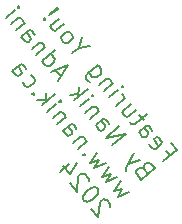
<source format=gbr>
%TF.GenerationSoftware,KiCad,Pcbnew,8.0.5*%
%TF.CreationDate,2024-10-10T15:52:27-04:00*%
%TF.ProjectId,MovieMarqueeSAO,4d6f7669-654d-4617-9271-75656553414f,rev?*%
%TF.SameCoordinates,Original*%
%TF.FileFunction,Legend,Bot*%
%TF.FilePolarity,Positive*%
%FSLAX46Y46*%
G04 Gerber Fmt 4.6, Leading zero omitted, Abs format (unit mm)*
G04 Created by KiCad (PCBNEW 8.0.5) date 2024-10-10 15:52:27*
%MOMM*%
%LPD*%
G01*
G04 APERTURE LIST*
%ADD10C,0.200000*%
G04 APERTURE END LIST*
D10*
X160364744Y-109656032D02*
X160686138Y-110039054D01*
X160084246Y-110544101D02*
X161233312Y-109579920D01*
X161233312Y-109579920D02*
X160774178Y-109032745D01*
X158945215Y-109075534D02*
X158982324Y-109230882D01*
X158982324Y-109230882D02*
X159165978Y-109449752D01*
X159165978Y-109449752D02*
X159312522Y-109513274D01*
X159312522Y-109513274D02*
X159467870Y-109476164D01*
X159467870Y-109476164D02*
X159905610Y-109108857D01*
X159905610Y-109108857D02*
X159969131Y-108962313D01*
X159969131Y-108962313D02*
X159932022Y-108806965D01*
X159932022Y-108806965D02*
X159748369Y-108588095D01*
X159748369Y-108588095D02*
X159601824Y-108524573D01*
X159601824Y-108524573D02*
X159446476Y-108561683D01*
X159446476Y-108561683D02*
X159337041Y-108653509D01*
X159337041Y-108653509D02*
X159686740Y-109292511D01*
X158018143Y-108081816D02*
X158620035Y-107576768D01*
X158620035Y-107576768D02*
X158775383Y-107539659D01*
X158775383Y-107539659D02*
X158921928Y-107603181D01*
X158921928Y-107603181D02*
X159105581Y-107822051D01*
X159105581Y-107822051D02*
X159142690Y-107977399D01*
X158072860Y-108035902D02*
X158109970Y-108191251D01*
X158109970Y-108191251D02*
X158339537Y-108464838D01*
X158339537Y-108464838D02*
X158486081Y-108528360D01*
X158486081Y-108528360D02*
X158641429Y-108491250D01*
X158641429Y-108491250D02*
X158750864Y-108399423D01*
X158750864Y-108399423D02*
X158814386Y-108252879D01*
X158814386Y-108252879D02*
X158777276Y-108097531D01*
X158777276Y-108097531D02*
X158547709Y-107823944D01*
X158547709Y-107823944D02*
X158510600Y-107668595D01*
X158462793Y-107056006D02*
X158095486Y-106618266D01*
X158708075Y-106570460D02*
X157723161Y-107396901D01*
X157723161Y-107396901D02*
X157567813Y-107434010D01*
X157567813Y-107434010D02*
X157421269Y-107370489D01*
X157421269Y-107370489D02*
X157329442Y-107261054D01*
X157360872Y-105742787D02*
X156594827Y-106385574D01*
X157774092Y-106235244D02*
X157172200Y-106740291D01*
X157172200Y-106740291D02*
X157016852Y-106777401D01*
X157016852Y-106777401D02*
X156870308Y-106713879D01*
X156870308Y-106713879D02*
X156732567Y-106549727D01*
X156732567Y-106549727D02*
X156695458Y-106394378D01*
X156695458Y-106394378D02*
X156704262Y-106293748D01*
X156135693Y-105838400D02*
X156901738Y-105195612D01*
X156682868Y-105379266D02*
X156746389Y-105232721D01*
X156746389Y-105232721D02*
X156755193Y-105132091D01*
X156755193Y-105132091D02*
X156718084Y-104976742D01*
X156718084Y-104976742D02*
X156626257Y-104867307D01*
X155538819Y-105127073D02*
X156304864Y-104484285D01*
X156687886Y-104162892D02*
X156679082Y-104263522D01*
X156679082Y-104263522D02*
X156578451Y-104254718D01*
X156578451Y-104254718D02*
X156587255Y-104154088D01*
X156587255Y-104154088D02*
X156687886Y-104162892D01*
X156687886Y-104162892D02*
X156578451Y-104254718D01*
X155845729Y-103937111D02*
X155079685Y-104579898D01*
X155736295Y-104028937D02*
X155745099Y-103928307D01*
X155745099Y-103928307D02*
X155707989Y-103772958D01*
X155707989Y-103772958D02*
X155570249Y-103608806D01*
X155570249Y-103608806D02*
X155423705Y-103545284D01*
X155423705Y-103545284D02*
X155268356Y-103582394D01*
X155268356Y-103582394D02*
X154666464Y-104087441D01*
X154560154Y-102405022D02*
X153629957Y-103185549D01*
X153629957Y-103185549D02*
X153566436Y-103332094D01*
X153566436Y-103332094D02*
X153557632Y-103432725D01*
X153557632Y-103432725D02*
X153594741Y-103588073D01*
X153594741Y-103588073D02*
X153732481Y-103752225D01*
X153732481Y-103752225D02*
X153879026Y-103815747D01*
X153848827Y-103001896D02*
X153885937Y-103157244D01*
X153885937Y-103157244D02*
X154069590Y-103376114D01*
X154069590Y-103376114D02*
X154216134Y-103439636D01*
X154216134Y-103439636D02*
X154316765Y-103448440D01*
X154316765Y-103448440D02*
X154472114Y-103411330D01*
X154472114Y-103411330D02*
X154800418Y-103135850D01*
X154800418Y-103135850D02*
X154863940Y-102989306D01*
X154863940Y-102989306D02*
X154872744Y-102888675D01*
X154872744Y-102888675D02*
X154835635Y-102733326D01*
X154835635Y-102733326D02*
X154651981Y-102514457D01*
X154651981Y-102514457D02*
X154505437Y-102450935D01*
X152963882Y-100947151D02*
X152416708Y-101406285D01*
X153887168Y-100825126D02*
X152963882Y-100947151D01*
X152963882Y-100947151D02*
X153244381Y-100059082D01*
X151636180Y-100476089D02*
X151782724Y-100539610D01*
X151782724Y-100539610D02*
X151883355Y-100548414D01*
X151883355Y-100548414D02*
X152038704Y-100511305D01*
X152038704Y-100511305D02*
X152367008Y-100235825D01*
X152367008Y-100235825D02*
X152430530Y-100089280D01*
X152430530Y-100089280D02*
X152439334Y-99988650D01*
X152439334Y-99988650D02*
X152402225Y-99833301D01*
X152402225Y-99833301D02*
X152264484Y-99669149D01*
X152264484Y-99669149D02*
X152117940Y-99605627D01*
X152117940Y-99605627D02*
X152017309Y-99596823D01*
X152017309Y-99596823D02*
X151861961Y-99633933D01*
X151861961Y-99633933D02*
X151533656Y-99909413D01*
X151533656Y-99909413D02*
X151470135Y-100055957D01*
X151470135Y-100055957D02*
X151461331Y-100156588D01*
X151461331Y-100156588D02*
X151498440Y-100311936D01*
X151498440Y-100311936D02*
X151636180Y-100476089D01*
X151254389Y-98465365D02*
X150488345Y-99108152D01*
X151667610Y-98957822D02*
X151065718Y-99462869D01*
X151065718Y-99462869D02*
X150910370Y-99499978D01*
X150910370Y-99499978D02*
X150763825Y-99436457D01*
X150763825Y-99436457D02*
X150626085Y-99272305D01*
X150626085Y-99272305D02*
X150588976Y-99116956D01*
X150588976Y-99116956D02*
X150597780Y-99016325D01*
X150138646Y-98469151D02*
X150038015Y-98460347D01*
X150038015Y-98460347D02*
X150029211Y-98560977D01*
X150029211Y-98560977D02*
X150129842Y-98569782D01*
X150129842Y-98569782D02*
X150138646Y-98469151D01*
X150138646Y-98469151D02*
X150029211Y-98560977D01*
X150466951Y-98193670D02*
X151169473Y-97697427D01*
X151169473Y-97697427D02*
X151178278Y-97596796D01*
X151178278Y-97596796D02*
X151077647Y-97587992D01*
X151077647Y-97587992D02*
X150466951Y-98193670D01*
X150466951Y-98193670D02*
X151178278Y-97596796D01*
X158514811Y-111208310D02*
X158322353Y-111090071D01*
X158322353Y-111090071D02*
X158221722Y-111081267D01*
X158221722Y-111081267D02*
X158066374Y-111118376D01*
X158066374Y-111118376D02*
X157902222Y-111256116D01*
X157902222Y-111256116D02*
X157838700Y-111402660D01*
X157838700Y-111402660D02*
X157829896Y-111503291D01*
X157829896Y-111503291D02*
X157867005Y-111658639D01*
X157867005Y-111658639D02*
X158234313Y-112096379D01*
X158234313Y-112096379D02*
X159383379Y-111132198D01*
X159383379Y-111132198D02*
X159061985Y-110749176D01*
X159061985Y-110749176D02*
X158915441Y-110685654D01*
X158915441Y-110685654D02*
X158814810Y-110676850D01*
X158814810Y-110676850D02*
X158659462Y-110713959D01*
X158659462Y-110713959D02*
X158550027Y-110805786D01*
X158550027Y-110805786D02*
X158486505Y-110952330D01*
X158486505Y-110952330D02*
X158477701Y-111052961D01*
X158477701Y-111052961D02*
X158514811Y-111208310D01*
X158514811Y-111208310D02*
X158836205Y-111591332D01*
X158128002Y-110413960D02*
X157132391Y-110783160D01*
X157668868Y-109866785D02*
X157132391Y-110783160D01*
X157132391Y-110783160D02*
X156950630Y-111122162D01*
X156950630Y-111122162D02*
X156941826Y-111222793D01*
X156941826Y-111222793D02*
X156978936Y-111378141D01*
X155800902Y-109196354D02*
X156949969Y-108232173D01*
X156949969Y-108232173D02*
X155249942Y-108539744D01*
X155249942Y-108539744D02*
X156399008Y-107575563D01*
X154377587Y-107500112D02*
X154979479Y-106995065D01*
X154979479Y-106995065D02*
X155134827Y-106957956D01*
X155134827Y-106957956D02*
X155281371Y-107021477D01*
X155281371Y-107021477D02*
X155465025Y-107240347D01*
X155465025Y-107240347D02*
X155502134Y-107395695D01*
X154432304Y-107454199D02*
X154469414Y-107609547D01*
X154469414Y-107609547D02*
X154698981Y-107883135D01*
X154698981Y-107883135D02*
X154845525Y-107946656D01*
X154845525Y-107946656D02*
X155000873Y-107909547D01*
X155000873Y-107909547D02*
X155110308Y-107817720D01*
X155110308Y-107817720D02*
X155173830Y-107671176D01*
X155173830Y-107671176D02*
X155136720Y-107515827D01*
X155136720Y-107515827D02*
X154907153Y-107242240D01*
X154907153Y-107242240D02*
X154870044Y-107086892D01*
X154684497Y-106310150D02*
X153918453Y-106952938D01*
X154575062Y-106401977D02*
X154583866Y-106301346D01*
X154583866Y-106301346D02*
X154546757Y-106145998D01*
X154546757Y-106145998D02*
X154409017Y-105981845D01*
X154409017Y-105981845D02*
X154262472Y-105918324D01*
X154262472Y-105918324D02*
X154107124Y-105955433D01*
X154107124Y-105955433D02*
X153505232Y-106460481D01*
X153046098Y-105913306D02*
X153812142Y-105270518D01*
X154195165Y-104949124D02*
X154186361Y-105049755D01*
X154186361Y-105049755D02*
X154085730Y-105040951D01*
X154085730Y-105040951D02*
X154094534Y-104940320D01*
X154094534Y-104940320D02*
X154195165Y-104949124D01*
X154195165Y-104949124D02*
X154085730Y-105040951D01*
X152586964Y-105366131D02*
X153736030Y-104401950D01*
X152932877Y-104889389D02*
X152219657Y-104928391D01*
X152985701Y-104285604D02*
X152915269Y-105090651D01*
X151446040Y-103339692D02*
X150986906Y-102792517D01*
X151209562Y-103724607D02*
X152037235Y-102377403D01*
X152037235Y-102377403D02*
X150566774Y-102958563D01*
X149832160Y-102083084D02*
X150981226Y-101118902D01*
X149886877Y-102037170D02*
X149923987Y-102192518D01*
X149923987Y-102192518D02*
X150107640Y-102411388D01*
X150107640Y-102411388D02*
X150254184Y-102474910D01*
X150254184Y-102474910D02*
X150354815Y-102483714D01*
X150354815Y-102483714D02*
X150510164Y-102446605D01*
X150510164Y-102446605D02*
X150838468Y-102171124D01*
X150838468Y-102171124D02*
X150901990Y-102024580D01*
X150901990Y-102024580D02*
X150910794Y-101923949D01*
X150910794Y-101923949D02*
X150873685Y-101768601D01*
X150873685Y-101768601D02*
X150690031Y-101549731D01*
X150690031Y-101549731D02*
X150543487Y-101486209D01*
X150139070Y-100893121D02*
X149373026Y-101535909D01*
X150029635Y-100984948D02*
X150038439Y-100884317D01*
X150038439Y-100884317D02*
X150001330Y-100728969D01*
X150001330Y-100728969D02*
X149863590Y-100564816D01*
X149863590Y-100564816D02*
X149717046Y-100501295D01*
X149717046Y-100501295D02*
X149561697Y-100538404D01*
X149561697Y-100538404D02*
X148959805Y-101043452D01*
X148087450Y-100003820D02*
X148689342Y-99498772D01*
X148689342Y-99498772D02*
X148844691Y-99461663D01*
X148844691Y-99461663D02*
X148991235Y-99525185D01*
X148991235Y-99525185D02*
X149174889Y-99744054D01*
X149174889Y-99744054D02*
X149211998Y-99899403D01*
X148142168Y-99957906D02*
X148179277Y-100113255D01*
X148179277Y-100113255D02*
X148408844Y-100386842D01*
X148408844Y-100386842D02*
X148555388Y-100450364D01*
X148555388Y-100450364D02*
X148710737Y-100413254D01*
X148710737Y-100413254D02*
X148820172Y-100321427D01*
X148820172Y-100321427D02*
X148883693Y-100174883D01*
X148883693Y-100174883D02*
X148846584Y-100019535D01*
X148846584Y-100019535D02*
X148617017Y-99745948D01*
X148617017Y-99745948D02*
X148579908Y-99590599D01*
X148394361Y-98813857D02*
X147628316Y-99456645D01*
X148284926Y-98905684D02*
X148293730Y-98805053D01*
X148293730Y-98805053D02*
X148256621Y-98649705D01*
X148256621Y-98649705D02*
X148118880Y-98485553D01*
X148118880Y-98485553D02*
X147972336Y-98422031D01*
X147972336Y-98422031D02*
X147816988Y-98459141D01*
X147816988Y-98459141D02*
X147215096Y-98964188D01*
X146755962Y-98417013D02*
X147522006Y-97774226D01*
X147905028Y-97452832D02*
X147896224Y-97553463D01*
X147896224Y-97553463D02*
X147795593Y-97544659D01*
X147795593Y-97544659D02*
X147804397Y-97444028D01*
X147804397Y-97444028D02*
X147905028Y-97452832D01*
X147905028Y-97452832D02*
X147795593Y-97544659D01*
X157242251Y-113115304D02*
X156292553Y-113539222D01*
X156292553Y-113539222D02*
X156656074Y-112861218D01*
X156656074Y-112861218D02*
X155925246Y-113101483D01*
X155925246Y-113101483D02*
X156507636Y-112239825D01*
X156232156Y-111911520D02*
X155282458Y-112335438D01*
X155282458Y-112335438D02*
X155645979Y-111657434D01*
X155645979Y-111657434D02*
X154915150Y-111897698D01*
X154915150Y-111897698D02*
X155497541Y-111036041D01*
X155222061Y-110707736D02*
X154272363Y-111131653D01*
X154272363Y-111131653D02*
X154635884Y-110453649D01*
X154635884Y-110453649D02*
X153905055Y-110693914D01*
X153905055Y-110693914D02*
X154487446Y-109832256D01*
X153463529Y-109945477D02*
X153362898Y-109936673D01*
X153362898Y-109936673D02*
X153354094Y-110037304D01*
X153354094Y-110037304D02*
X153454725Y-110046108D01*
X153454725Y-110046108D02*
X153463529Y-109945477D01*
X153463529Y-109945477D02*
X153354094Y-110037304D01*
X153661005Y-108847341D02*
X152894960Y-109490129D01*
X153551570Y-108939168D02*
X153560374Y-108838537D01*
X153560374Y-108838537D02*
X153523264Y-108683189D01*
X153523264Y-108683189D02*
X153385524Y-108519037D01*
X153385524Y-108519037D02*
X153238980Y-108455515D01*
X153238980Y-108455515D02*
X153083632Y-108492624D01*
X153083632Y-108492624D02*
X152481739Y-108997672D01*
X151609385Y-107958040D02*
X152211277Y-107452993D01*
X152211277Y-107452993D02*
X152366625Y-107415883D01*
X152366625Y-107415883D02*
X152513169Y-107479405D01*
X152513169Y-107479405D02*
X152696823Y-107698275D01*
X152696823Y-107698275D02*
X152733932Y-107853623D01*
X151664102Y-107912127D02*
X151701212Y-108067475D01*
X151701212Y-108067475D02*
X151930779Y-108341062D01*
X151930779Y-108341062D02*
X152077323Y-108404584D01*
X152077323Y-108404584D02*
X152232671Y-108367474D01*
X152232671Y-108367474D02*
X152342106Y-108275648D01*
X152342106Y-108275648D02*
X152405628Y-108129103D01*
X152405628Y-108129103D02*
X152368518Y-107973755D01*
X152368518Y-107973755D02*
X152138951Y-107700168D01*
X152138951Y-107700168D02*
X152101842Y-107544819D01*
X151916295Y-106768078D02*
X151150251Y-107410865D01*
X151806860Y-106859904D02*
X151815664Y-106759274D01*
X151815664Y-106759274D02*
X151778555Y-106603925D01*
X151778555Y-106603925D02*
X151640815Y-106439773D01*
X151640815Y-106439773D02*
X151494270Y-106376251D01*
X151494270Y-106376251D02*
X151338922Y-106413361D01*
X151338922Y-106413361D02*
X150737030Y-106918408D01*
X150277896Y-106371233D02*
X151043940Y-105728446D01*
X151426963Y-105407052D02*
X151418159Y-105507683D01*
X151418159Y-105507683D02*
X151317528Y-105498879D01*
X151317528Y-105498879D02*
X151326332Y-105398248D01*
X151326332Y-105398248D02*
X151426963Y-105407052D01*
X151426963Y-105407052D02*
X151317528Y-105498879D01*
X149818762Y-105824059D02*
X150967828Y-104859877D01*
X150164675Y-105347316D02*
X149451455Y-105386319D01*
X150217499Y-104743531D02*
X150147067Y-105548578D01*
X149147669Y-104802035D02*
X149047038Y-104793231D01*
X149047038Y-104793231D02*
X149038234Y-104893862D01*
X149038234Y-104893862D02*
X149138865Y-104902666D01*
X149138865Y-104902666D02*
X149147669Y-104802035D01*
X149147669Y-104802035D02*
X149038234Y-104893862D01*
X148220596Y-103808316D02*
X148257706Y-103963665D01*
X148257706Y-103963665D02*
X148441359Y-104182534D01*
X148441359Y-104182534D02*
X148587904Y-104246056D01*
X148587904Y-104246056D02*
X148688534Y-104254860D01*
X148688534Y-104254860D02*
X148843883Y-104217751D01*
X148843883Y-104217751D02*
X149172188Y-103942270D01*
X149172188Y-103942270D02*
X149235709Y-103795726D01*
X149235709Y-103795726D02*
X149244513Y-103695095D01*
X149244513Y-103695095D02*
X149207404Y-103539747D01*
X149207404Y-103539747D02*
X149023750Y-103320877D01*
X149023750Y-103320877D02*
X148877206Y-103257355D01*
X147339438Y-102869316D02*
X147941330Y-102364268D01*
X147941330Y-102364268D02*
X148096678Y-102327159D01*
X148096678Y-102327159D02*
X148243223Y-102390680D01*
X148243223Y-102390680D02*
X148426876Y-102609550D01*
X148426876Y-102609550D02*
X148463986Y-102764898D01*
X147394155Y-102823402D02*
X147431265Y-102978750D01*
X147431265Y-102978750D02*
X147660832Y-103252338D01*
X147660832Y-103252338D02*
X147807376Y-103315859D01*
X147807376Y-103315859D02*
X147962724Y-103278750D01*
X147962724Y-103278750D02*
X148072159Y-103186923D01*
X148072159Y-103186923D02*
X148135681Y-103040379D01*
X148135681Y-103040379D02*
X148098571Y-102885031D01*
X148098571Y-102885031D02*
X147869004Y-102611443D01*
X147869004Y-102611443D02*
X147831895Y-102456095D01*
X155619992Y-114383298D02*
X155628796Y-114282667D01*
X155628796Y-114282667D02*
X155591686Y-114127319D01*
X155591686Y-114127319D02*
X155362119Y-113853732D01*
X155362119Y-113853732D02*
X155215575Y-113790210D01*
X155215575Y-113790210D02*
X155114944Y-113781406D01*
X155114944Y-113781406D02*
X154959596Y-113818515D01*
X154959596Y-113818515D02*
X154850161Y-113910342D01*
X154850161Y-113910342D02*
X154731922Y-114102800D01*
X154731922Y-114102800D02*
X154626273Y-115310370D01*
X154626273Y-115310370D02*
X154029399Y-114599043D01*
X154581592Y-112923535D02*
X154489765Y-112814100D01*
X154489765Y-112814100D02*
X154343221Y-112750579D01*
X154343221Y-112750579D02*
X154242590Y-112741775D01*
X154242590Y-112741775D02*
X154087242Y-112778884D01*
X154087242Y-112778884D02*
X153822458Y-112907820D01*
X153822458Y-112907820D02*
X153548871Y-113137387D01*
X153548871Y-113137387D02*
X153375915Y-113375758D01*
X153375915Y-113375758D02*
X153312393Y-113522302D01*
X153312393Y-113522302D02*
X153303589Y-113622933D01*
X153303589Y-113622933D02*
X153340698Y-113778282D01*
X153340698Y-113778282D02*
X153432525Y-113887716D01*
X153432525Y-113887716D02*
X153579069Y-113951238D01*
X153579069Y-113951238D02*
X153679700Y-113960042D01*
X153679700Y-113960042D02*
X153835049Y-113922933D01*
X153835049Y-113922933D02*
X154099832Y-113793997D01*
X154099832Y-113793997D02*
X154373419Y-113564430D01*
X154373419Y-113564430D02*
X154546376Y-113326058D01*
X154546376Y-113326058D02*
X154609897Y-113179514D01*
X154609897Y-113179514D02*
X154618701Y-113078883D01*
X154618701Y-113078883D02*
X154581592Y-112923535D01*
X153783456Y-112194600D02*
X153792260Y-112093969D01*
X153792260Y-112093969D02*
X153755151Y-111938621D01*
X153755151Y-111938621D02*
X153525584Y-111665034D01*
X153525584Y-111665034D02*
X153379040Y-111601512D01*
X153379040Y-111601512D02*
X153278409Y-111592708D01*
X153278409Y-111592708D02*
X153123060Y-111629818D01*
X153123060Y-111629818D02*
X153013626Y-111721644D01*
X153013626Y-111721644D02*
X152895387Y-111914102D01*
X152895387Y-111914102D02*
X152789738Y-113121672D01*
X152789738Y-113121672D02*
X152192864Y-112410345D01*
X152132467Y-110782644D02*
X151366423Y-111425431D01*
X152799774Y-110688924D02*
X152208579Y-111651212D01*
X152208579Y-111651212D02*
X151611705Y-110939885D01*
M02*

</source>
